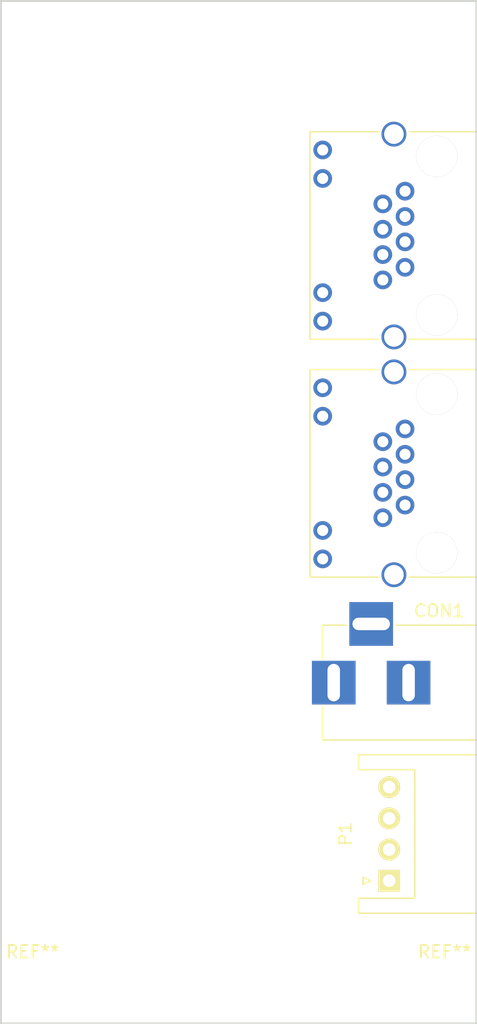
<source format=kicad_pcb>
(kicad_pcb (version 4) (host pcbnew 4.0.4-stable)

  (general
    (links 51)
    (no_connects 51)
    (area 199.314999 78.664999 237.565001 160.730001)
    (thickness 1.6)
    (drawings 9)
    (tracks 0)
    (zones 0)
    (modules 26)
    (nets 23)
  )

  (page A4)
  (layers
    (0 F.Cu signal hide)
    (31 B.Cu signal hide)
    (32 B.Adhes user)
    (33 F.Adhes user)
    (34 B.Paste user)
    (35 F.Paste user)
    (36 B.SilkS user)
    (37 F.SilkS user)
    (38 B.Mask user)
    (39 F.Mask user)
    (40 Dwgs.User user)
    (41 Cmts.User user)
    (42 Eco1.User user)
    (43 Eco2.User user)
    (44 Edge.Cuts user)
    (45 Margin user)
    (46 B.CrtYd user)
    (47 F.CrtYd user)
    (48 B.Fab user)
    (49 F.Fab user)
  )

  (setup
    (last_trace_width 0.25)
    (trace_clearance 0.2)
    (zone_clearance 0.508)
    (zone_45_only no)
    (trace_min 0.2)
    (segment_width 0.2)
    (edge_width 0.15)
    (via_size 0.6)
    (via_drill 0.4)
    (via_min_size 0.4)
    (via_min_drill 0.3)
    (uvia_size 0.3)
    (uvia_drill 0.1)
    (uvias_allowed no)
    (uvia_min_size 0.2)
    (uvia_min_drill 0.1)
    (pcb_text_width 0.3)
    (pcb_text_size 1.5 1.5)
    (mod_edge_width 0.15)
    (mod_text_size 1 1)
    (mod_text_width 0.15)
    (pad_size 2 2)
    (pad_drill 1.57)
    (pad_to_mask_clearance 0.2)
    (aux_axis_origin 0 0)
    (visible_elements FFFFFF7F)
    (pcbplotparams
      (layerselection 0x00030_80000001)
      (usegerberextensions false)
      (excludeedgelayer true)
      (linewidth 0.100000)
      (plotframeref false)
      (viasonmask false)
      (mode 1)
      (useauxorigin false)
      (hpglpennumber 1)
      (hpglpenspeed 20)
      (hpglpendiameter 15)
      (hpglpenoverlay 2)
      (psnegative false)
      (psa4output false)
      (plotreference true)
      (plotvalue true)
      (plotinvisibletext false)
      (padsonsilk false)
      (subtractmaskfromsilk false)
      (outputformat 1)
      (mirror false)
      (drillshape 1)
      (scaleselection 1)
      (outputdirectory ""))
  )

  (net 0 "")
  (net 1 "Net-(C1-Pad1)")
  (net 2 GND)
  (net 3 +12V)
  (net 4 "Net-(CON1-Pad2)")
  (net 5 "Net-(F1-Pad2)")
  (net 6 +5V)
  (net 7 "Net-(J1-Pad9)")
  (net 8 "Net-(J1-Pad8)")
  (net 9 "Net-(J1-Pad6)")
  (net 10 "Net-(JP1-Pad1)")
  (net 11 "Net-(JP1-Pad2)")
  (net 12 "Net-(JP2-Pad2)")
  (net 13 "Net-(JP3-Pad2)")
  (net 14 "Net-(JP4-Pad1)")
  (net 15 "Net-(JP4-Pad2)")
  (net 16 "Net-(P1-Pad2)")
  (net 17 "Net-(Q1-Pad2)")
  (net 18 "Net-(Q2-Pad2)")
  (net 19 "Net-(Q2-Pad1)")
  (net 20 "Net-(Q3-Pad2)")
  (net 21 "Net-(R4-Pad2)")
  (net 22 "Net-(J1-Pad13)")

  (net_class Default "This is the default net class."
    (clearance 0.2)
    (trace_width 0.25)
    (via_dia 0.6)
    (via_drill 0.4)
    (uvia_dia 0.3)
    (uvia_drill 0.1)
    (add_net +5V)
    (add_net GND)
    (add_net "Net-(C1-Pad1)")
    (add_net "Net-(J1-Pad13)")
    (add_net "Net-(J1-Pad6)")
    (add_net "Net-(J1-Pad8)")
    (add_net "Net-(J1-Pad9)")
    (add_net "Net-(JP1-Pad1)")
    (add_net "Net-(JP1-Pad2)")
    (add_net "Net-(JP2-Pad2)")
    (add_net "Net-(JP3-Pad2)")
    (add_net "Net-(JP4-Pad1)")
    (add_net "Net-(JP4-Pad2)")
    (add_net "Net-(P1-Pad2)")
    (add_net "Net-(Q1-Pad2)")
    (add_net "Net-(Q2-Pad1)")
    (add_net "Net-(Q2-Pad2)")
    (add_net "Net-(Q3-Pad2)")
    (add_net "Net-(R4-Pad2)")
  )

  (net_class 12V ""
    (clearance 0.2)
    (trace_width 0.25)
    (via_dia 0.6)
    (via_drill 0.4)
    (uvia_dia 0.3)
    (uvia_drill 0.1)
    (add_net +12V)
    (add_net "Net-(CON1-Pad2)")
    (add_net "Net-(F1-Pad2)")
  )

  (module Connect:RJHSE538X locked (layer F.Cu) (tedit 595420C5) (tstamp 59538347)
    (at 231.775 93.98 270)
    (descr "mod. jack, ethernet, 8P8C, RJ45 connector, 2 leds, shielded")
    (tags "RJHSE538X 8P8C RJ45 ethernet jack")
    (path /5951851F)
    (fp_text reference J1 (at 3.49 -6.92 270) (layer F.SilkS)
      (effects (font (size 1 1) (thickness 0.15)))
    )
    (fp_text value Bus (at 3.94 9.21 270) (layer F.Fab)
      (effects (font (size 1 1) (thickness 0.15)))
    )
    (fp_line (start -5.8 -8.45) (end -5.8 7.9) (layer F.CrtYd) (width 0.05))
    (fp_line (start -5.8 7.9) (end 12.9 7.9) (layer F.CrtYd) (width 0.05))
    (fp_line (start 12.9 7.9) (end 12.9 -8.45) (layer F.CrtYd) (width 0.05))
    (fp_line (start 12.9 -8.45) (end -5.8 -8.45) (layer F.CrtYd) (width 0.05))
    (fp_line (start 11.87 7.62) (end 11.87 2.1) (layer F.SilkS) (width 0.12))
    (fp_line (start -4.76 7.62) (end -4.76 2.1) (layer F.SilkS) (width 0.12))
    (fp_line (start 11.87 -8.19) (end -4.76 -8.19) (layer F.SilkS) (width 0.12))
    (fp_line (start 11.87 -8.19) (end 11.87 -0.32) (layer F.SilkS) (width 0.12))
    (fp_line (start -4.76 -8.19) (end -4.76 -0.32) (layer F.SilkS) (width 0.12))
    (fp_line (start 11.87 7.62) (end -4.76 7.62) (layer F.SilkS) (width 0.12))
    (pad 13 thru_hole circle (at 11.68 0.89 270) (size 2 2) (drill 1.57) (layers *.Cu *.Mask)
      (net 22 "Net-(J1-Pad13)"))
    (pad 9 thru_hole circle (at -3.3 6.6 270) (size 1.5 1.5) (drill 0.89) (layers *.Cu *.Mask)
      (net 7 "Net-(J1-Pad9)"))
    (pad 10 thru_hole circle (at -1.02 6.6 270) (size 1.5 1.5) (drill 0.89) (layers *.Cu *.Mask)
      (net 6 +5V))
    (pad 11 thru_hole circle (at 8.13 6.6 270) (size 1.5 1.5) (drill 0.89) (layers *.Cu *.Mask))
    (pad 12 thru_hole circle (at 10.41 6.6 270) (size 1.5 1.5) (drill 0.89) (layers *.Cu *.Mask))
    (pad 8 thru_hole circle (at 7.11 1.78 270) (size 1.5 1.5) (drill 0.89) (layers *.Cu *.Mask)
      (net 8 "Net-(J1-Pad8)"))
    (pad 6 thru_hole circle (at 5.08 1.78 270) (size 1.5 1.5) (drill 0.89) (layers *.Cu *.Mask)
      (net 9 "Net-(J1-Pad6)"))
    (pad 4 thru_hole circle (at 3.05 1.78 270) (size 1.5 1.5) (drill 0.89) (layers *.Cu *.Mask)
      (net 2 GND))
    (pad 2 thru_hole circle (at 1.02 1.78 270) (size 1.5 1.5) (drill 0.89) (layers *.Cu *.Mask)
      (net 5 "Net-(F1-Pad2)"))
    (pad 5 thru_hole circle (at 4.06 0 270) (size 1.5 1.5) (drill 0.89) (layers *.Cu *.Mask)
      (net 2 GND))
    (pad 3 thru_hole circle (at 2.03 0 270) (size 1.5 1.5) (drill 0.89) (layers *.Cu *.Mask)
      (net 1 "Net-(C1-Pad1)"))
    (pad 7 thru_hole circle (at 6.1 0 270) (size 1.5 1.5) (drill 0.89) (layers *.Cu *.Mask))
    (pad 1 thru_hole circle (at 0 0 270) (size 1.5 1.5) (drill 0.89) (layers *.Cu *.Mask)
      (net 5 "Net-(F1-Pad2)"))
    (pad "" thru_hole circle (at -2.79 -2.54 270) (size 3.3 3.3) (drill 3.3) (layers *.Cu *.Mask))
    (pad "" thru_hole circle (at 9.91 -2.54 270) (size 3.3 3.3) (drill 3.3) (layers *.Cu *.Mask))
    (pad 14 thru_hole circle (at -4.57 0.89 270) (size 2 2) (drill 1.57) (layers *.Cu *.Mask))
    (model Connectors.3dshapes/RJHSE538X.wrl
      (at (xyz 0.14 0.06 0.12))
      (scale (xyz 0.4 0.4 0.4))
      (rotate (xyz -90 0 180))
    )
  )

  (module Capacitors_ThroughHole:C_Disc_D4.3mm_W1.9mm_P5.00mm (layer F.Cu) (tedit 5920C254) (tstamp 5953831A)
    (at 272.975001 118.19 180)
    (descr "C, Disc series, Radial, pin pitch=5.00mm, , diameter*width=4.3*1.9mm^2, Capacitor, http://www.vishay.com/docs/45233/krseries.pdf")
    (tags "C Disc series Radial pin pitch 5.00mm  diameter 4.3mm width 1.9mm Capacitor")
    (path /5951C927)
    (fp_text reference C1 (at 2.5 -2.01 180) (layer F.SilkS)
      (effects (font (size 1 1) (thickness 0.15)))
    )
    (fp_text value 100nF (at 2.5 2.01 180) (layer F.Fab)
      (effects (font (size 1 1) (thickness 0.15)))
    )
    (fp_text user %R (at 2.5 0 180) (layer F.Fab)
      (effects (font (size 1 1) (thickness 0.15)))
    )
    (fp_line (start 0.35 -0.95) (end 0.35 0.95) (layer F.Fab) (width 0.1))
    (fp_line (start 0.35 0.95) (end 4.65 0.95) (layer F.Fab) (width 0.1))
    (fp_line (start 4.65 0.95) (end 4.65 -0.95) (layer F.Fab) (width 0.1))
    (fp_line (start 4.65 -0.95) (end 0.35 -0.95) (layer F.Fab) (width 0.1))
    (fp_line (start 0.29 -1.01) (end 4.71 -1.01) (layer F.SilkS) (width 0.12))
    (fp_line (start 0.29 1.01) (end 4.71 1.01) (layer F.SilkS) (width 0.12))
    (fp_line (start 0.29 -1.01) (end 0.29 -0.996) (layer F.SilkS) (width 0.12))
    (fp_line (start 0.29 0.996) (end 0.29 1.01) (layer F.SilkS) (width 0.12))
    (fp_line (start 4.71 -1.01) (end 4.71 -0.996) (layer F.SilkS) (width 0.12))
    (fp_line (start 4.71 0.996) (end 4.71 1.01) (layer F.SilkS) (width 0.12))
    (fp_line (start -1.05 -1.3) (end -1.05 1.3) (layer F.CrtYd) (width 0.05))
    (fp_line (start -1.05 1.3) (end 6.05 1.3) (layer F.CrtYd) (width 0.05))
    (fp_line (start 6.05 1.3) (end 6.05 -1.3) (layer F.CrtYd) (width 0.05))
    (fp_line (start 6.05 -1.3) (end -1.05 -1.3) (layer F.CrtYd) (width 0.05))
    (pad 1 thru_hole circle (at 0 0 180) (size 1.6 1.6) (drill 0.8) (layers *.Cu *.Mask)
      (net 1 "Net-(C1-Pad1)"))
    (pad 2 thru_hole circle (at 5 0 180) (size 1.6 1.6) (drill 0.8) (layers *.Cu *.Mask)
      (net 2 GND))
    (model ${KISYS3DMOD}/Capacitors_THT.3dshapes/C_Disc_D4.3mm_W1.9mm_P5.00mm.wrl
      (at (xyz 0 0 0))
      (scale (xyz 0.393701 0.393701 0.393701))
      (rotate (xyz 0 0 0))
    )
  )

  (module Connect:BARREL_JACK locked (layer F.Cu) (tedit 5861378E) (tstamp 59538321)
    (at 226.06 133.35 180)
    (descr "DC Barrel Jack")
    (tags "Power Jack")
    (path /59522F91)
    (fp_text reference CON1 (at -8.45 5.75 360) (layer F.SilkS)
      (effects (font (size 1 1) (thickness 0.15)))
    )
    (fp_text value Valve (at -6.2 -5.5 180) (layer F.Fab)
      (effects (font (size 1 1) (thickness 0.15)))
    )
    (fp_line (start 1 -4.5) (end 1 -4.75) (layer F.CrtYd) (width 0.05))
    (fp_line (start 1 -4.75) (end -14 -4.75) (layer F.CrtYd) (width 0.05))
    (fp_line (start 1 -4.5) (end 1 -2) (layer F.CrtYd) (width 0.05))
    (fp_line (start 1 -2) (end 2 -2) (layer F.CrtYd) (width 0.05))
    (fp_line (start 2 -2) (end 2 2) (layer F.CrtYd) (width 0.05))
    (fp_line (start 2 2) (end 1 2) (layer F.CrtYd) (width 0.05))
    (fp_line (start 1 2) (end 1 4.75) (layer F.CrtYd) (width 0.05))
    (fp_line (start 1 4.75) (end -1 4.75) (layer F.CrtYd) (width 0.05))
    (fp_line (start -1 4.75) (end -1 6.75) (layer F.CrtYd) (width 0.05))
    (fp_line (start -1 6.75) (end -5 6.75) (layer F.CrtYd) (width 0.05))
    (fp_line (start -5 6.75) (end -5 4.75) (layer F.CrtYd) (width 0.05))
    (fp_line (start -5 4.75) (end -14 4.75) (layer F.CrtYd) (width 0.05))
    (fp_line (start -14 4.75) (end -14 -4.75) (layer F.CrtYd) (width 0.05))
    (fp_line (start -5 4.6) (end -13.8 4.6) (layer F.SilkS) (width 0.12))
    (fp_line (start -13.8 4.6) (end -13.8 -4.6) (layer F.SilkS) (width 0.12))
    (fp_line (start 0.9 1.9) (end 0.9 4.6) (layer F.SilkS) (width 0.12))
    (fp_line (start 0.9 4.6) (end -1 4.6) (layer F.SilkS) (width 0.12))
    (fp_line (start -13.8 -4.6) (end 0.9 -4.6) (layer F.SilkS) (width 0.12))
    (fp_line (start 0.9 -4.6) (end 0.9 -2) (layer F.SilkS) (width 0.12))
    (fp_line (start -10.2 -4.5) (end -10.2 4.5) (layer F.Fab) (width 0.1))
    (fp_line (start -13.7 -4.5) (end -13.7 4.5) (layer F.Fab) (width 0.1))
    (fp_line (start -13.7 4.5) (end 0.8 4.5) (layer F.Fab) (width 0.1))
    (fp_line (start 0.8 4.5) (end 0.8 -4.5) (layer F.Fab) (width 0.1))
    (fp_line (start 0.8 -4.5) (end -13.7 -4.5) (layer F.Fab) (width 0.1))
    (pad 1 thru_hole rect (at 0 0 180) (size 3.5 3.5) (drill oval 1 3) (layers *.Cu *.Mask)
      (net 3 +12V))
    (pad 2 thru_hole rect (at -6 0 180) (size 3.5 3.5) (drill oval 1 3) (layers *.Cu *.Mask)
      (net 4 "Net-(CON1-Pad2)"))
    (pad 3 thru_hole rect (at -3 4.7 180) (size 3.5 3.5) (drill oval 3 1) (layers *.Cu *.Mask))
  )

  (module Diodes_ThroughHole:D_A-405_P7.62mm_Horizontal (layer F.Cu) (tedit 5921392E) (tstamp 59538327)
    (at 314.485001 108.34 180)
    (descr "D, A-405 series, Axial, Horizontal, pin pitch=7.62mm, , length*diameter=5.2*2.7mm^2, , http://www.diodes.com/_files/packages/A-405.pdf")
    (tags "D A-405 series Axial Horizontal pin pitch 7.62mm  length 5.2mm diameter 2.7mm")
    (path /5951BCB9)
    (fp_text reference D1 (at 3.81 -2.41 180) (layer F.SilkS)
      (effects (font (size 1 1) (thickness 0.15)))
    )
    (fp_text value 1N4007 (at 3.81 2.41 180) (layer F.Fab)
      (effects (font (size 1 1) (thickness 0.15)))
    )
    (fp_text user %R (at 3.81 0 180) (layer F.Fab)
      (effects (font (size 1 1) (thickness 0.15)))
    )
    (fp_line (start 1.21 -1.35) (end 1.21 1.35) (layer F.Fab) (width 0.1))
    (fp_line (start 1.21 1.35) (end 6.41 1.35) (layer F.Fab) (width 0.1))
    (fp_line (start 6.41 1.35) (end 6.41 -1.35) (layer F.Fab) (width 0.1))
    (fp_line (start 6.41 -1.35) (end 1.21 -1.35) (layer F.Fab) (width 0.1))
    (fp_line (start 0 0) (end 1.21 0) (layer F.Fab) (width 0.1))
    (fp_line (start 7.62 0) (end 6.41 0) (layer F.Fab) (width 0.1))
    (fp_line (start 1.99 -1.35) (end 1.99 1.35) (layer F.Fab) (width 0.1))
    (fp_line (start 1.15 -1.41) (end 1.15 1.41) (layer F.SilkS) (width 0.12))
    (fp_line (start 1.15 1.41) (end 6.47 1.41) (layer F.SilkS) (width 0.12))
    (fp_line (start 6.47 1.41) (end 6.47 -1.41) (layer F.SilkS) (width 0.12))
    (fp_line (start 6.47 -1.41) (end 1.15 -1.41) (layer F.SilkS) (width 0.12))
    (fp_line (start 1.08 0) (end 1.15 0) (layer F.SilkS) (width 0.12))
    (fp_line (start 6.54 0) (end 6.47 0) (layer F.SilkS) (width 0.12))
    (fp_line (start 1.99 -1.41) (end 1.99 1.41) (layer F.SilkS) (width 0.12))
    (fp_line (start -1.15 -1.7) (end -1.15 1.7) (layer F.CrtYd) (width 0.05))
    (fp_line (start -1.15 1.7) (end 8.8 1.7) (layer F.CrtYd) (width 0.05))
    (fp_line (start 8.8 1.7) (end 8.8 -1.7) (layer F.CrtYd) (width 0.05))
    (fp_line (start 8.8 -1.7) (end -1.15 -1.7) (layer F.CrtYd) (width 0.05))
    (pad 1 thru_hole rect (at 0 0 180) (size 1.8 1.8) (drill 0.9) (layers *.Cu *.Mask)
      (net 3 +12V))
    (pad 2 thru_hole oval (at 7.62 0 180) (size 1.8 1.8) (drill 0.9) (layers *.Cu *.Mask)
      (net 4 "Net-(CON1-Pad2)"))
    (model ${KISYS3DMOD}/Diodes_THT.3dshapes/D_A-405_P7.62mm_Horizontal.wrl
      (at (xyz 0 0 0))
      (scale (xyz 0.393701 0.393701 0.393701))
      (rotate (xyz 0 0 0))
    )
  )

  (module Pin_Headers:Pin_Header_Straight_1x03_Pitch2.54mm locked (layer F.Cu) (tedit 58CD4EC1) (tstamp 5953835C)
    (at 238.125 44.45)
    (descr "Through hole straight pin header, 1x03, 2.54mm pitch, single row")
    (tags "Through hole pin header THT 1x03 2.54mm single row")
    (path /5952249E)
    (fp_text reference JP1 (at 0 -2.33) (layer F.SilkS)
      (effects (font (size 1 1) (thickness 0.15)))
    )
    (fp_text value A0 (at 0 7.41) (layer F.Fab)
      (effects (font (size 1 1) (thickness 0.15)))
    )
    (fp_line (start -1.27 -1.27) (end -1.27 6.35) (layer F.Fab) (width 0.1))
    (fp_line (start -1.27 6.35) (end 1.27 6.35) (layer F.Fab) (width 0.1))
    (fp_line (start 1.27 6.35) (end 1.27 -1.27) (layer F.Fab) (width 0.1))
    (fp_line (start 1.27 -1.27) (end -1.27 -1.27) (layer F.Fab) (width 0.1))
    (fp_line (start -1.33 1.27) (end -1.33 6.41) (layer F.SilkS) (width 0.12))
    (fp_line (start -1.33 6.41) (end 1.33 6.41) (layer F.SilkS) (width 0.12))
    (fp_line (start 1.33 6.41) (end 1.33 1.27) (layer F.SilkS) (width 0.12))
    (fp_line (start 1.33 1.27) (end -1.33 1.27) (layer F.SilkS) (width 0.12))
    (fp_line (start -1.33 0) (end -1.33 -1.33) (layer F.SilkS) (width 0.12))
    (fp_line (start -1.33 -1.33) (end 0 -1.33) (layer F.SilkS) (width 0.12))
    (fp_line (start -1.8 -1.8) (end -1.8 6.85) (layer F.CrtYd) (width 0.05))
    (fp_line (start -1.8 6.85) (end 1.8 6.85) (layer F.CrtYd) (width 0.05))
    (fp_line (start 1.8 6.85) (end 1.8 -1.8) (layer F.CrtYd) (width 0.05))
    (fp_line (start 1.8 -1.8) (end -1.8 -1.8) (layer F.CrtYd) (width 0.05))
    (fp_text user %R (at 0 -2.33) (layer F.Fab)
      (effects (font (size 1 1) (thickness 0.15)))
    )
    (pad 1 thru_hole rect (at 0 0) (size 1.7 1.7) (drill 1) (layers *.Cu *.Mask)
      (net 10 "Net-(JP1-Pad1)"))
    (pad 2 thru_hole oval (at 0 2.54) (size 1.7 1.7) (drill 1) (layers *.Cu *.Mask)
      (net 11 "Net-(JP1-Pad2)"))
    (pad 3 thru_hole oval (at 0 5.08) (size 1.7 1.7) (drill 1) (layers *.Cu *.Mask)
      (net 2 GND))
    (model ${KISYS3DMOD}/Pin_Headers.3dshapes/Pin_Header_Straight_1x03_Pitch2.54mm.wrl
      (at (xyz 0 -0.1 0))
      (scale (xyz 1 1 1))
      (rotate (xyz 0 0 90))
    )
  )

  (module Pin_Headers:Pin_Header_Straight_1x03_Pitch2.54mm locked (layer F.Cu) (tedit 58CD4EC1) (tstamp 59538363)
    (at 241.935 44.45)
    (descr "Through hole straight pin header, 1x03, 2.54mm pitch, single row")
    (tags "Through hole pin header THT 1x03 2.54mm single row")
    (path /59522EB2)
    (fp_text reference JP2 (at 0 -2.33) (layer F.SilkS)
      (effects (font (size 1 1) (thickness 0.15)))
    )
    (fp_text value A1 (at 0 7.41) (layer F.Fab)
      (effects (font (size 1 1) (thickness 0.15)))
    )
    (fp_line (start -1.27 -1.27) (end -1.27 6.35) (layer F.Fab) (width 0.1))
    (fp_line (start -1.27 6.35) (end 1.27 6.35) (layer F.Fab) (width 0.1))
    (fp_line (start 1.27 6.35) (end 1.27 -1.27) (layer F.Fab) (width 0.1))
    (fp_line (start 1.27 -1.27) (end -1.27 -1.27) (layer F.Fab) (width 0.1))
    (fp_line (start -1.33 1.27) (end -1.33 6.41) (layer F.SilkS) (width 0.12))
    (fp_line (start -1.33 6.41) (end 1.33 6.41) (layer F.SilkS) (width 0.12))
    (fp_line (start 1.33 6.41) (end 1.33 1.27) (layer F.SilkS) (width 0.12))
    (fp_line (start 1.33 1.27) (end -1.33 1.27) (layer F.SilkS) (width 0.12))
    (fp_line (start -1.33 0) (end -1.33 -1.33) (layer F.SilkS) (width 0.12))
    (fp_line (start -1.33 -1.33) (end 0 -1.33) (layer F.SilkS) (width 0.12))
    (fp_line (start -1.8 -1.8) (end -1.8 6.85) (layer F.CrtYd) (width 0.05))
    (fp_line (start -1.8 6.85) (end 1.8 6.85) (layer F.CrtYd) (width 0.05))
    (fp_line (start 1.8 6.85) (end 1.8 -1.8) (layer F.CrtYd) (width 0.05))
    (fp_line (start 1.8 -1.8) (end -1.8 -1.8) (layer F.CrtYd) (width 0.05))
    (fp_text user %R (at 0 -2.33) (layer F.Fab)
      (effects (font (size 1 1) (thickness 0.15)))
    )
    (pad 1 thru_hole rect (at 0 0) (size 1.7 1.7) (drill 1) (layers *.Cu *.Mask)
      (net 10 "Net-(JP1-Pad1)"))
    (pad 2 thru_hole oval (at 0 2.54) (size 1.7 1.7) (drill 1) (layers *.Cu *.Mask)
      (net 12 "Net-(JP2-Pad2)"))
    (pad 3 thru_hole oval (at 0 5.08) (size 1.7 1.7) (drill 1) (layers *.Cu *.Mask)
      (net 2 GND))
    (model ${KISYS3DMOD}/Pin_Headers.3dshapes/Pin_Header_Straight_1x03_Pitch2.54mm.wrl
      (at (xyz 0 -0.1 0))
      (scale (xyz 1 1 1))
      (rotate (xyz 0 0 90))
    )
  )

  (module Pin_Headers:Pin_Header_Straight_1x03_Pitch2.54mm locked (layer F.Cu) (tedit 58CD4EC1) (tstamp 5953836A)
    (at 245.745 44.45)
    (descr "Through hole straight pin header, 1x03, 2.54mm pitch, single row")
    (tags "Through hole pin header THT 1x03 2.54mm single row")
    (path /59522EF3)
    (fp_text reference JP3 (at 0 -2.33) (layer F.SilkS)
      (effects (font (size 1 1) (thickness 0.15)))
    )
    (fp_text value A2 (at 0 7.41) (layer F.Fab)
      (effects (font (size 1 1) (thickness 0.15)))
    )
    (fp_line (start -1.27 -1.27) (end -1.27 6.35) (layer F.Fab) (width 0.1))
    (fp_line (start -1.27 6.35) (end 1.27 6.35) (layer F.Fab) (width 0.1))
    (fp_line (start 1.27 6.35) (end 1.27 -1.27) (layer F.Fab) (width 0.1))
    (fp_line (start 1.27 -1.27) (end -1.27 -1.27) (layer F.Fab) (width 0.1))
    (fp_line (start -1.33 1.27) (end -1.33 6.41) (layer F.SilkS) (width 0.12))
    (fp_line (start -1.33 6.41) (end 1.33 6.41) (layer F.SilkS) (width 0.12))
    (fp_line (start 1.33 6.41) (end 1.33 1.27) (layer F.SilkS) (width 0.12))
    (fp_line (start 1.33 1.27) (end -1.33 1.27) (layer F.SilkS) (width 0.12))
    (fp_line (start -1.33 0) (end -1.33 -1.33) (layer F.SilkS) (width 0.12))
    (fp_line (start -1.33 -1.33) (end 0 -1.33) (layer F.SilkS) (width 0.12))
    (fp_line (start -1.8 -1.8) (end -1.8 6.85) (layer F.CrtYd) (width 0.05))
    (fp_line (start -1.8 6.85) (end 1.8 6.85) (layer F.CrtYd) (width 0.05))
    (fp_line (start 1.8 6.85) (end 1.8 -1.8) (layer F.CrtYd) (width 0.05))
    (fp_line (start 1.8 -1.8) (end -1.8 -1.8) (layer F.CrtYd) (width 0.05))
    (fp_text user %R (at 0 -2.33) (layer F.Fab)
      (effects (font (size 1 1) (thickness 0.15)))
    )
    (pad 1 thru_hole rect (at 0 0) (size 1.7 1.7) (drill 1) (layers *.Cu *.Mask)
      (net 10 "Net-(JP1-Pad1)"))
    (pad 2 thru_hole oval (at 0 2.54) (size 1.7 1.7) (drill 1) (layers *.Cu *.Mask)
      (net 13 "Net-(JP3-Pad2)"))
    (pad 3 thru_hole oval (at 0 5.08) (size 1.7 1.7) (drill 1) (layers *.Cu *.Mask)
      (net 2 GND))
    (model ${KISYS3DMOD}/Pin_Headers.3dshapes/Pin_Header_Straight_1x03_Pitch2.54mm.wrl
      (at (xyz 0 -0.1 0))
      (scale (xyz 1 1 1))
      (rotate (xyz 0 0 90))
    )
  )

  (module Pin_Headers:Pin_Header_Straight_2x01_Pitch2.54mm (layer F.Cu) (tedit 58CD4EC5) (tstamp 59538370)
    (at 319.165 111.030001 90)
    (descr "Through hole straight pin header, 2x01, 2.54mm pitch, double rows")
    (tags "Through hole pin header THT 2x01 2.54mm double row")
    (path /59530192)
    (fp_text reference JP4 (at 1.27 -2.33 90) (layer F.SilkS)
      (effects (font (size 1 1) (thickness 0.15)))
    )
    (fp_text value LED (at 1.27 2.33 90) (layer F.Fab)
      (effects (font (size 1 1) (thickness 0.15)))
    )
    (fp_line (start -1.27 -1.27) (end -1.27 1.27) (layer F.Fab) (width 0.1))
    (fp_line (start -1.27 1.27) (end 3.81 1.27) (layer F.Fab) (width 0.1))
    (fp_line (start 3.81 1.27) (end 3.81 -1.27) (layer F.Fab) (width 0.1))
    (fp_line (start 3.81 -1.27) (end -1.27 -1.27) (layer F.Fab) (width 0.1))
    (fp_line (start -1.33 1.27) (end -1.33 1.33) (layer F.SilkS) (width 0.12))
    (fp_line (start -1.33 1.33) (end 3.87 1.33) (layer F.SilkS) (width 0.12))
    (fp_line (start 3.87 1.33) (end 3.87 -1.33) (layer F.SilkS) (width 0.12))
    (fp_line (start 3.87 -1.33) (end 1.27 -1.33) (layer F.SilkS) (width 0.12))
    (fp_line (start 1.27 -1.33) (end 1.27 1.27) (layer F.SilkS) (width 0.12))
    (fp_line (start 1.27 1.27) (end -1.33 1.27) (layer F.SilkS) (width 0.12))
    (fp_line (start -1.33 0) (end -1.33 -1.33) (layer F.SilkS) (width 0.12))
    (fp_line (start -1.33 -1.33) (end 0 -1.33) (layer F.SilkS) (width 0.12))
    (fp_line (start -1.8 -1.8) (end -1.8 1.8) (layer F.CrtYd) (width 0.05))
    (fp_line (start -1.8 1.8) (end 4.35 1.8) (layer F.CrtYd) (width 0.05))
    (fp_line (start 4.35 1.8) (end 4.35 -1.8) (layer F.CrtYd) (width 0.05))
    (fp_line (start 4.35 -1.8) (end -1.8 -1.8) (layer F.CrtYd) (width 0.05))
    (fp_text user %R (at 1.27 -2.33 90) (layer F.Fab)
      (effects (font (size 1 1) (thickness 0.15)))
    )
    (pad 1 thru_hole rect (at 0 0 90) (size 1.7 1.7) (drill 1) (layers *.Cu *.Mask)
      (net 14 "Net-(JP4-Pad1)"))
    (pad 2 thru_hole oval (at 2.54 0 90) (size 1.7 1.7) (drill 1) (layers *.Cu *.Mask)
      (net 15 "Net-(JP4-Pad2)"))
    (model ${KISYS3DMOD}/Pin_Headers.3dshapes/Pin_Header_Straight_2x01_Pitch2.54mm.wrl
      (at (xyz 0.05 0 0))
      (scale (xyz 1 1 1))
      (rotate (xyz 0 0 90))
    )
  )

  (module TO_SOT_Packages_THT:TO-220_Vertical (layer F.Cu) (tedit 58CE52AD) (tstamp 59538381)
    (at 293.615 115.160001 180)
    (descr "TO-220, Vertical, RM 2.54mm")
    (tags "TO-220 Vertical RM 2.54mm")
    (path /5951B683)
    (fp_text reference Q1 (at 2.54 -3.62 180) (layer F.SilkS)
      (effects (font (size 1 1) (thickness 0.15)))
    )
    (fp_text value IRLZ44N (at 2.54 3.92 180) (layer F.Fab)
      (effects (font (size 1 1) (thickness 0.15)))
    )
    (fp_text user %R (at 2.54 -3.62 180) (layer F.Fab)
      (effects (font (size 1 1) (thickness 0.15)))
    )
    (fp_line (start -2.46 -2.5) (end -2.46 1.9) (layer F.Fab) (width 0.1))
    (fp_line (start -2.46 1.9) (end 7.54 1.9) (layer F.Fab) (width 0.1))
    (fp_line (start 7.54 1.9) (end 7.54 -2.5) (layer F.Fab) (width 0.1))
    (fp_line (start 7.54 -2.5) (end -2.46 -2.5) (layer F.Fab) (width 0.1))
    (fp_line (start -2.46 -1.23) (end 7.54 -1.23) (layer F.Fab) (width 0.1))
    (fp_line (start 0.69 -2.5) (end 0.69 -1.23) (layer F.Fab) (width 0.1))
    (fp_line (start 4.39 -2.5) (end 4.39 -1.23) (layer F.Fab) (width 0.1))
    (fp_line (start -2.58 -2.62) (end 7.66 -2.62) (layer F.SilkS) (width 0.12))
    (fp_line (start -2.58 2.021) (end 7.66 2.021) (layer F.SilkS) (width 0.12))
    (fp_line (start -2.58 -2.62) (end -2.58 2.021) (layer F.SilkS) (width 0.12))
    (fp_line (start 7.66 -2.62) (end 7.66 2.021) (layer F.SilkS) (width 0.12))
    (fp_line (start -2.58 -1.11) (end 7.66 -1.11) (layer F.SilkS) (width 0.12))
    (fp_line (start 0.69 -2.62) (end 0.69 -1.11) (layer F.SilkS) (width 0.12))
    (fp_line (start 4.391 -2.62) (end 4.391 -1.11) (layer F.SilkS) (width 0.12))
    (fp_line (start -2.71 -2.75) (end -2.71 2.16) (layer F.CrtYd) (width 0.05))
    (fp_line (start -2.71 2.16) (end 7.79 2.16) (layer F.CrtYd) (width 0.05))
    (fp_line (start 7.79 2.16) (end 7.79 -2.75) (layer F.CrtYd) (width 0.05))
    (fp_line (start 7.79 -2.75) (end -2.71 -2.75) (layer F.CrtYd) (width 0.05))
    (pad 1 thru_hole rect (at 0 0 180) (size 1.8 1.8) (drill 1) (layers *.Cu *.Mask)
      (net 4 "Net-(CON1-Pad2)"))
    (pad 2 thru_hole oval (at 2.54 0 180) (size 1.8 1.8) (drill 1) (layers *.Cu *.Mask)
      (net 17 "Net-(Q1-Pad2)"))
    (pad 3 thru_hole oval (at 5.08 0 180) (size 1.8 1.8) (drill 1) (layers *.Cu *.Mask)
      (net 2 GND))
    (model ${KISYS3DMOD}/TO_SOT_Packages_THT.3dshapes/TO-220_Vertical.wrl
      (at (xyz 0.1 0 0))
      (scale (xyz 0.393701 0.393701 0.393701))
      (rotate (xyz 0 0 0))
    )
  )

  (module TO_SOT_Packages_THT:TO-92_Inline_Wide (layer F.Cu) (tedit 58CE52AF) (tstamp 59538388)
    (at 320.395 105.220001 180)
    (descr "TO-92 leads in-line, wide, drill 0.8mm (see NXP sot054_po.pdf)")
    (tags "to-92 sc-43 sc-43a sot54 PA33 transistor")
    (path /5951B024)
    (fp_text reference Q2 (at 2.54 -3.56 360) (layer F.SilkS)
      (effects (font (size 1 1) (thickness 0.15)))
    )
    (fp_text value 2N3904 (at 2.54 2.79 180) (layer F.Fab)
      (effects (font (size 1 1) (thickness 0.15)))
    )
    (fp_text user %R (at 2.54 -3.56 360) (layer F.Fab)
      (effects (font (size 1 1) (thickness 0.15)))
    )
    (fp_line (start 0.74 1.85) (end 4.34 1.85) (layer F.SilkS) (width 0.12))
    (fp_line (start 0.8 1.75) (end 4.3 1.75) (layer F.Fab) (width 0.1))
    (fp_line (start -1.01 -2.73) (end 6.09 -2.73) (layer F.CrtYd) (width 0.05))
    (fp_line (start -1.01 -2.73) (end -1.01 2.01) (layer F.CrtYd) (width 0.05))
    (fp_line (start 6.09 2.01) (end 6.09 -2.73) (layer F.CrtYd) (width 0.05))
    (fp_line (start 6.09 2.01) (end -1.01 2.01) (layer F.CrtYd) (width 0.05))
    (fp_arc (start 2.54 0) (end 0.74 1.85) (angle 20) (layer F.SilkS) (width 0.12))
    (fp_arc (start 2.54 0) (end 2.54 -2.6) (angle -65) (layer F.SilkS) (width 0.12))
    (fp_arc (start 2.54 0) (end 2.54 -2.6) (angle 65) (layer F.SilkS) (width 0.12))
    (fp_arc (start 2.54 0) (end 2.54 -2.48) (angle 135) (layer F.Fab) (width 0.1))
    (fp_arc (start 2.54 0) (end 2.54 -2.48) (angle -135) (layer F.Fab) (width 0.1))
    (fp_arc (start 2.54 0) (end 4.34 1.85) (angle -20) (layer F.SilkS) (width 0.12))
    (pad 2 thru_hole circle (at 2.54 0 270) (size 1.52 1.52) (drill 0.8) (layers *.Cu *.Mask)
      (net 18 "Net-(Q2-Pad2)"))
    (pad 3 thru_hole circle (at 5.08 0 270) (size 1.52 1.52) (drill 0.8) (layers *.Cu *.Mask)
      (net 2 GND))
    (pad 1 thru_hole rect (at 0 0 270) (size 1.52 1.52) (drill 0.8) (layers *.Cu *.Mask)
      (net 19 "Net-(Q2-Pad1)"))
    (model ${KISYS3DMOD}/TO_SOT_Packages_THT.3dshapes/TO-92_Inline_Wide.wrl
      (at (xyz 0.1 0 0))
      (scale (xyz 1 1 1))
      (rotate (xyz 0 0 -90))
    )
  )

  (module TO_SOT_Packages_THT:TO-92_Inline_Wide (layer F.Cu) (tedit 58CE52AF) (tstamp 5953838F)
    (at 311.245 118.140001 180)
    (descr "TO-92 leads in-line, wide, drill 0.8mm (see NXP sot054_po.pdf)")
    (tags "to-92 sc-43 sc-43a sot54 PA33 transistor")
    (path /59535056)
    (fp_text reference Q3 (at 2.54 -3.56 360) (layer F.SilkS)
      (effects (font (size 1 1) (thickness 0.15)))
    )
    (fp_text value 2N3904 (at 2.54 2.79 180) (layer F.Fab)
      (effects (font (size 1 1) (thickness 0.15)))
    )
    (fp_text user %R (at 2.54 -3.56 360) (layer F.Fab)
      (effects (font (size 1 1) (thickness 0.15)))
    )
    (fp_line (start 0.74 1.85) (end 4.34 1.85) (layer F.SilkS) (width 0.12))
    (fp_line (start 0.8 1.75) (end 4.3 1.75) (layer F.Fab) (width 0.1))
    (fp_line (start -1.01 -2.73) (end 6.09 -2.73) (layer F.CrtYd) (width 0.05))
    (fp_line (start -1.01 -2.73) (end -1.01 2.01) (layer F.CrtYd) (width 0.05))
    (fp_line (start 6.09 2.01) (end 6.09 -2.73) (layer F.CrtYd) (width 0.05))
    (fp_line (start 6.09 2.01) (end -1.01 2.01) (layer F.CrtYd) (width 0.05))
    (fp_arc (start 2.54 0) (end 0.74 1.85) (angle 20) (layer F.SilkS) (width 0.12))
    (fp_arc (start 2.54 0) (end 2.54 -2.6) (angle -65) (layer F.SilkS) (width 0.12))
    (fp_arc (start 2.54 0) (end 2.54 -2.6) (angle 65) (layer F.SilkS) (width 0.12))
    (fp_arc (start 2.54 0) (end 2.54 -2.48) (angle 135) (layer F.Fab) (width 0.1))
    (fp_arc (start 2.54 0) (end 2.54 -2.48) (angle -135) (layer F.Fab) (width 0.1))
    (fp_arc (start 2.54 0) (end 4.34 1.85) (angle -20) (layer F.SilkS) (width 0.12))
    (pad 2 thru_hole circle (at 2.54 0 270) (size 1.52 1.52) (drill 0.8) (layers *.Cu *.Mask)
      (net 20 "Net-(Q3-Pad2)"))
    (pad 3 thru_hole circle (at 5.08 0 270) (size 1.52 1.52) (drill 0.8) (layers *.Cu *.Mask)
      (net 16 "Net-(P1-Pad2)"))
    (pad 1 thru_hole rect (at 0 0 270) (size 1.52 1.52) (drill 0.8) (layers *.Cu *.Mask)
      (net 8 "Net-(J1-Pad8)"))
    (model ${KISYS3DMOD}/TO_SOT_Packages_THT.3dshapes/TO-92_Inline_Wide.wrl
      (at (xyz 0.1 0 0))
      (scale (xyz 1 1 1))
      (rotate (xyz 0 0 -90))
    )
  )

  (module Fuse_Holders_and_Fuses:Fuse_TE5_Littlefuse-395Series (layer F.Cu) (tedit 5880C2E0) (tstamp 5953B213)
    (at 320.895001 94.88 180)
    (descr "Fuse, TE5, Littlefuse/Wickmann, No. 460, No560,")
    (tags "Fuse TE5 Littlefuse/Wickmann No. 460 No560 ")
    (path /59537D6E)
    (fp_text reference F1 (at 2.65 -2.95 180) (layer F.SilkS)
      (effects (font (size 1 1) (thickness 0.15)))
    )
    (fp_text value 0.5A (at 2.35 3.1 180) (layer F.Fab)
      (effects (font (size 1 1) (thickness 0.15)))
    )
    (fp_line (start -1.71 2) (end 6.79 2) (layer F.Fab) (width 0.1))
    (fp_line (start 6.79 2) (end 6.79 -2) (layer F.Fab) (width 0.1))
    (fp_line (start 6.79 -2) (end -1.71 -2) (layer F.Fab) (width 0.1))
    (fp_line (start -1.71 -2) (end -1.71 2) (layer F.Fab) (width 0.1))
    (fp_line (start -1.96 -2.25) (end 7.04 -2.25) (layer F.CrtYd) (width 0.05))
    (fp_line (start -1.96 -2.25) (end -1.96 2.25) (layer F.CrtYd) (width 0.05))
    (fp_line (start 7.04 2.25) (end 7.04 -2.25) (layer F.CrtYd) (width 0.05))
    (fp_line (start 7.04 2.25) (end -1.96 2.25) (layer F.CrtYd) (width 0.05))
    (fp_line (start -1.83 -2.12) (end 6.91 -2.12) (layer F.SilkS) (width 0.12))
    (fp_line (start -1.83 -2.12) (end -1.83 2.12) (layer F.SilkS) (width 0.12))
    (fp_line (start 6.91 2.12) (end 6.91 -2.12) (layer F.SilkS) (width 0.12))
    (fp_line (start 6.91 2.12) (end -1.83 2.12) (layer F.SilkS) (width 0.12))
    (pad 1 thru_hole circle (at 0 0 180) (size 2 2) (drill 1) (layers *.Cu *.Mask)
      (net 3 +12V))
    (pad 2 thru_hole circle (at 5.08 0.01 180) (size 2 2) (drill 1) (layers *.Cu *.Mask)
      (net 5 "Net-(F1-Pad2)"))
  )

  (module Fuse_Holders_and_Fuses:Fuse_TE5_Littlefuse-395Series (layer F.Cu) (tedit 5880C2E0) (tstamp 5953B224)
    (at 302.685 114.010001)
    (descr "Fuse, TE5, Littlefuse/Wickmann, No. 460, No560,")
    (tags "Fuse TE5 Littlefuse/Wickmann No. 460 No560 ")
    (path /59537F73)
    (fp_text reference F2 (at 2.65 -2.95) (layer F.SilkS)
      (effects (font (size 1 1) (thickness 0.15)))
    )
    (fp_text value 50mA (at 2.35 3.1) (layer F.Fab)
      (effects (font (size 1 1) (thickness 0.15)))
    )
    (fp_line (start -1.71 2) (end 6.79 2) (layer F.Fab) (width 0.1))
    (fp_line (start 6.79 2) (end 6.79 -2) (layer F.Fab) (width 0.1))
    (fp_line (start 6.79 -2) (end -1.71 -2) (layer F.Fab) (width 0.1))
    (fp_line (start -1.71 -2) (end -1.71 2) (layer F.Fab) (width 0.1))
    (fp_line (start -1.96 -2.25) (end 7.04 -2.25) (layer F.CrtYd) (width 0.05))
    (fp_line (start -1.96 -2.25) (end -1.96 2.25) (layer F.CrtYd) (width 0.05))
    (fp_line (start 7.04 2.25) (end 7.04 -2.25) (layer F.CrtYd) (width 0.05))
    (fp_line (start 7.04 2.25) (end -1.96 2.25) (layer F.CrtYd) (width 0.05))
    (fp_line (start -1.83 -2.12) (end 6.91 -2.12) (layer F.SilkS) (width 0.12))
    (fp_line (start -1.83 -2.12) (end -1.83 2.12) (layer F.SilkS) (width 0.12))
    (fp_line (start 6.91 2.12) (end 6.91 -2.12) (layer F.SilkS) (width 0.12))
    (fp_line (start 6.91 2.12) (end -1.83 2.12) (layer F.SilkS) (width 0.12))
    (pad 1 thru_hole circle (at 0 0) (size 2 2) (drill 1) (layers *.Cu *.Mask)
      (net 6 +5V))
    (pad 2 thru_hole circle (at 5.08 0.01) (size 2 2) (drill 1) (layers *.Cu *.Mask)
      (net 1 "Net-(C1-Pad1)"))
  )

  (module Connectors_JST:JST_XH_S04B-XH-A_04x2.50mm_Angled locked (layer F.Cu) (tedit 58EAE850) (tstamp 5953B235)
    (at 230.505 149.225 90)
    (descr "JST XH series connector, S04B-XH-A, side entry type, through hole")
    (tags "connector jst xh tht side horizontal angled 2.50mm")
    (path /5951A793)
    (fp_text reference P1 (at 3.75 -3.5 90) (layer F.SilkS)
      (effects (font (size 1 1) (thickness 0.15)))
    )
    (fp_text value Sensor (at 3.75 10.3 90) (layer F.Fab)
      (effects (font (size 1 1) (thickness 0.15)))
    )
    (fp_line (start -2.45 -2.3) (end -2.45 9.2) (layer F.Fab) (width 0.1))
    (fp_line (start -2.45 9.2) (end 9.95 9.2) (layer F.Fab) (width 0.1))
    (fp_line (start 9.95 9.2) (end 9.95 -2.3) (layer F.Fab) (width 0.1))
    (fp_line (start 9.95 -2.3) (end -2.45 -2.3) (layer F.Fab) (width 0.1))
    (fp_line (start -2.95 -2.8) (end -2.95 9.7) (layer F.CrtYd) (width 0.05))
    (fp_line (start -2.95 9.7) (end 10.45 9.7) (layer F.CrtYd) (width 0.05))
    (fp_line (start 10.45 9.7) (end 10.45 -2.8) (layer F.CrtYd) (width 0.05))
    (fp_line (start 10.45 -2.8) (end -2.95 -2.8) (layer F.CrtYd) (width 0.05))
    (fp_line (start 3.75 9.35) (end -2.6 9.35) (layer F.SilkS) (width 0.12))
    (fp_line (start -2.6 9.35) (end -2.6 -2.45) (layer F.SilkS) (width 0.12))
    (fp_line (start -2.6 -2.45) (end -1.4 -2.45) (layer F.SilkS) (width 0.12))
    (fp_line (start -1.4 -2.45) (end -1.4 2.05) (layer F.SilkS) (width 0.12))
    (fp_line (start -1.4 2.05) (end 3.75 2.05) (layer F.SilkS) (width 0.12))
    (fp_line (start 3.75 9.35) (end 10.1 9.35) (layer F.SilkS) (width 0.12))
    (fp_line (start 10.1 9.35) (end 10.1 -2.45) (layer F.SilkS) (width 0.12))
    (fp_line (start 10.1 -2.45) (end 8.9 -2.45) (layer F.SilkS) (width 0.12))
    (fp_line (start 8.9 -2.45) (end 8.9 2.05) (layer F.SilkS) (width 0.12))
    (fp_line (start 8.9 2.05) (end 3.75 2.05) (layer F.SilkS) (width 0.12))
    (fp_line (start -0.25 3.45) (end -0.25 8.7) (layer F.Fab) (width 0.1))
    (fp_line (start -0.25 8.7) (end 0.25 8.7) (layer F.Fab) (width 0.1))
    (fp_line (start 0.25 8.7) (end 0.25 3.45) (layer F.Fab) (width 0.1))
    (fp_line (start 0.25 3.45) (end -0.25 3.45) (layer F.Fab) (width 0.1))
    (fp_line (start 2.25 3.45) (end 2.25 8.7) (layer F.Fab) (width 0.1))
    (fp_line (start 2.25 8.7) (end 2.75 8.7) (layer F.Fab) (width 0.1))
    (fp_line (start 2.75 8.7) (end 2.75 3.45) (layer F.Fab) (width 0.1))
    (fp_line (start 2.75 3.45) (end 2.25 3.45) (layer F.Fab) (width 0.1))
    (fp_line (start 4.75 3.45) (end 4.75 8.7) (layer F.Fab) (width 0.1))
    (fp_line (start 4.75 8.7) (end 5.25 8.7) (layer F.Fab) (width 0.1))
    (fp_line (start 5.25 8.7) (end 5.25 3.45) (layer F.Fab) (width 0.1))
    (fp_line (start 5.25 3.45) (end 4.75 3.45) (layer F.Fab) (width 0.1))
    (fp_line (start 7.25 3.45) (end 7.25 8.7) (layer F.Fab) (width 0.1))
    (fp_line (start 7.25 8.7) (end 7.75 8.7) (layer F.Fab) (width 0.1))
    (fp_line (start 7.75 8.7) (end 7.75 3.45) (layer F.Fab) (width 0.1))
    (fp_line (start 7.75 3.45) (end 7.25 3.45) (layer F.Fab) (width 0.1))
    (fp_line (start 0 -1.5) (end -0.3 -2.1) (layer F.SilkS) (width 0.12))
    (fp_line (start -0.3 -2.1) (end 0.3 -2.1) (layer F.SilkS) (width 0.12))
    (fp_line (start 0.3 -2.1) (end 0 -1.5) (layer F.SilkS) (width 0.12))
    (fp_line (start 0 -1.5) (end -0.3 -2.1) (layer F.Fab) (width 0.1))
    (fp_line (start -0.3 -2.1) (end 0.3 -2.1) (layer F.Fab) (width 0.1))
    (fp_line (start 0.3 -2.1) (end 0 -1.5) (layer F.Fab) (width 0.1))
    (fp_text user %R (at 3.75 2.25 90) (layer F.Fab)
      (effects (font (size 1 1) (thickness 0.15)))
    )
    (pad 1 thru_hole rect (at 0 0 90) (size 1.75 1.75) (drill 1) (layers *.Cu *.Mask F.SilkS)
      (net 6 +5V))
    (pad 2 thru_hole circle (at 2.5 0 90) (size 1.75 1.75) (drill 1) (layers *.Cu *.Mask F.SilkS)
      (net 16 "Net-(P1-Pad2)"))
    (pad 3 thru_hole circle (at 5 0 90) (size 1.75 1.75) (drill 1) (layers *.Cu *.Mask F.SilkS)
      (net 2 GND))
    (pad 4 thru_hole circle (at 7.5 0 90) (size 1.75 1.75) (drill 1) (layers *.Cu *.Mask F.SilkS)
      (net 9 "Net-(J1-Pad6)"))
    (model Connectors_JST.3dshapes/JST_XH_S04B-XH-A_04x2.50mm_Angled.wrl
      (at (xyz 0 0 0))
      (scale (xyz 1 1 1))
      (rotate (xyz 0 0 0))
    )
  )

  (module Resistors_ThroughHole:R_Box_L13.0mm_W4.0mm_P9.00mm (layer F.Cu) (tedit 5874F707) (tstamp 5953B265)
    (at 270.735 112.630001 180)
    (descr "Resistor, Box series, Radial, pin pitch=9.00mm, 2W, length*width=13*4mm^2, http://www.produktinfo.conrad.com/datenblaetter/425000-449999/443860-da-01-de-METALLBAND_WIDERSTAND_0_1_OHM_5W_5Pr.pdf")
    (tags "Resistor Box series Radial pin pitch 9.00mm 2W length 13mm width 4mm")
    (path /595198B4)
    (fp_text reference R1 (at 4.5 -3.06 180) (layer F.SilkS)
      (effects (font (size 1 1) (thickness 0.15)))
    )
    (fp_text value 680 (at 4.5 3.06 180) (layer F.Fab)
      (effects (font (size 1 1) (thickness 0.15)))
    )
    (fp_line (start -2 -2) (end -2 2) (layer F.Fab) (width 0.1))
    (fp_line (start -2 2) (end 11 2) (layer F.Fab) (width 0.1))
    (fp_line (start 11 2) (end 11 -2) (layer F.Fab) (width 0.1))
    (fp_line (start 11 -2) (end -2 -2) (layer F.Fab) (width 0.1))
    (fp_line (start -2.06 -2.06) (end 11.06 -2.06) (layer F.SilkS) (width 0.12))
    (fp_line (start -2.06 2.06) (end 11.06 2.06) (layer F.SilkS) (width 0.12))
    (fp_line (start -2.06 -2.06) (end -2.06 2.06) (layer F.SilkS) (width 0.12))
    (fp_line (start 11.06 -2.06) (end 11.06 2.06) (layer F.SilkS) (width 0.12))
    (fp_line (start -2.35 -2.35) (end -2.35 2.35) (layer F.CrtYd) (width 0.05))
    (fp_line (start -2.35 2.35) (end 11.35 2.35) (layer F.CrtYd) (width 0.05))
    (fp_line (start 11.35 2.35) (end 11.35 -2.35) (layer F.CrtYd) (width 0.05))
    (fp_line (start 11.35 -2.35) (end -2.35 -2.35) (layer F.CrtYd) (width 0.05))
    (pad 1 thru_hole circle (at 0 0 180) (size 2 2) (drill 1) (layers *.Cu *.Mask)
      (net 14 "Net-(JP4-Pad1)"))
    (pad 2 thru_hole circle (at 9 0 180) (size 2 2) (drill 1) (layers *.Cu *.Mask)
      (net 7 "Net-(J1-Pad9)"))
    (model Resistors_THT.3dshapes/R_Box_L13.0mm_W4.0mm_P9.00mm.wrl
      (at (xyz 0 0 0))
      (scale (xyz 0.393701 0.393701 0.393701))
      (rotate (xyz 0 0 0))
    )
  )

  (module Resistors_ThroughHole:R_Box_L13.0mm_W4.0mm_P9.00mm (layer F.Cu) (tedit 5874F707) (tstamp 5953B276)
    (at 302.885001 94.84 180)
    (descr "Resistor, Box series, Radial, pin pitch=9.00mm, 2W, length*width=13*4mm^2, http://www.produktinfo.conrad.com/datenblaetter/425000-449999/443860-da-01-de-METALLBAND_WIDERSTAND_0_1_OHM_5W_5Pr.pdf")
    (tags "Resistor Box series Radial pin pitch 9.00mm 2W length 13mm width 4mm")
    (path /5951B3D8)
    (fp_text reference R2 (at 4.5 -3.06 180) (layer F.SilkS)
      (effects (font (size 1 1) (thickness 0.15)))
    )
    (fp_text value 100k (at 4.5 3.06 180) (layer F.Fab)
      (effects (font (size 1 1) (thickness 0.15)))
    )
    (fp_line (start -2 -2) (end -2 2) (layer F.Fab) (width 0.1))
    (fp_line (start -2 2) (end 11 2) (layer F.Fab) (width 0.1))
    (fp_line (start 11 2) (end 11 -2) (layer F.Fab) (width 0.1))
    (fp_line (start 11 -2) (end -2 -2) (layer F.Fab) (width 0.1))
    (fp_line (start -2.06 -2.06) (end 11.06 -2.06) (layer F.SilkS) (width 0.12))
    (fp_line (start -2.06 2.06) (end 11.06 2.06) (layer F.SilkS) (width 0.12))
    (fp_line (start -2.06 -2.06) (end -2.06 2.06) (layer F.SilkS) (width 0.12))
    (fp_line (start 11.06 -2.06) (end 11.06 2.06) (layer F.SilkS) (width 0.12))
    (fp_line (start -2.35 -2.35) (end -2.35 2.35) (layer F.CrtYd) (width 0.05))
    (fp_line (start -2.35 2.35) (end 11.35 2.35) (layer F.CrtYd) (width 0.05))
    (fp_line (start 11.35 2.35) (end 11.35 -2.35) (layer F.CrtYd) (width 0.05))
    (fp_line (start 11.35 -2.35) (end -2.35 -2.35) (layer F.CrtYd) (width 0.05))
    (pad 1 thru_hole circle (at 0 0 180) (size 2 2) (drill 1) (layers *.Cu *.Mask)
      (net 6 +5V))
    (pad 2 thru_hole circle (at 9 0 180) (size 2 2) (drill 1) (layers *.Cu *.Mask)
      (net 19 "Net-(Q2-Pad1)"))
    (model Resistors_THT.3dshapes/R_Box_L13.0mm_W4.0mm_P9.00mm.wrl
      (at (xyz 0 0 0))
      (scale (xyz 0.393701 0.393701 0.393701))
      (rotate (xyz 0 0 0))
    )
  )

  (module Resistors_ThroughHole:R_Box_L13.0mm_W4.0mm_P9.00mm (layer F.Cu) (tedit 5874F707) (tstamp 5953B287)
    (at 277.445001 105.09)
    (descr "Resistor, Box series, Radial, pin pitch=9.00mm, 2W, length*width=13*4mm^2, http://www.produktinfo.conrad.com/datenblaetter/425000-449999/443860-da-01-de-METALLBAND_WIDERSTAND_0_1_OHM_5W_5Pr.pdf")
    (tags "Resistor Box series Radial pin pitch 9.00mm 2W length 13mm width 4mm")
    (path /5951B1C4)
    (fp_text reference R3 (at 4.5 -3.06) (layer F.SilkS)
      (effects (font (size 1 1) (thickness 0.15)))
    )
    (fp_text value 680 (at 4.5 3.06) (layer F.Fab)
      (effects (font (size 1 1) (thickness 0.15)))
    )
    (fp_line (start -2 -2) (end -2 2) (layer F.Fab) (width 0.1))
    (fp_line (start -2 2) (end 11 2) (layer F.Fab) (width 0.1))
    (fp_line (start 11 2) (end 11 -2) (layer F.Fab) (width 0.1))
    (fp_line (start 11 -2) (end -2 -2) (layer F.Fab) (width 0.1))
    (fp_line (start -2.06 -2.06) (end 11.06 -2.06) (layer F.SilkS) (width 0.12))
    (fp_line (start -2.06 2.06) (end 11.06 2.06) (layer F.SilkS) (width 0.12))
    (fp_line (start -2.06 -2.06) (end -2.06 2.06) (layer F.SilkS) (width 0.12))
    (fp_line (start 11.06 -2.06) (end 11.06 2.06) (layer F.SilkS) (width 0.12))
    (fp_line (start -2.35 -2.35) (end -2.35 2.35) (layer F.CrtYd) (width 0.05))
    (fp_line (start -2.35 2.35) (end 11.35 2.35) (layer F.CrtYd) (width 0.05))
    (fp_line (start 11.35 2.35) (end 11.35 -2.35) (layer F.CrtYd) (width 0.05))
    (fp_line (start 11.35 -2.35) (end -2.35 -2.35) (layer F.CrtYd) (width 0.05))
    (pad 1 thru_hole circle (at 0 0) (size 2 2) (drill 1) (layers *.Cu *.Mask)
      (net 19 "Net-(Q2-Pad1)"))
    (pad 2 thru_hole circle (at 9 0) (size 2 2) (drill 1) (layers *.Cu *.Mask)
      (net 17 "Net-(Q1-Pad2)"))
    (model Resistors_THT.3dshapes/R_Box_L13.0mm_W4.0mm_P9.00mm.wrl
      (at (xyz 0 0 0))
      (scale (xyz 0.393701 0.393701 0.393701))
      (rotate (xyz 0 0 0))
    )
  )

  (module Resistors_ThroughHole:R_Box_L13.0mm_W4.0mm_P9.00mm (layer F.Cu) (tedit 5874F707) (tstamp 5953B298)
    (at 302.885001 103.01 180)
    (descr "Resistor, Box series, Radial, pin pitch=9.00mm, 2W, length*width=13*4mm^2, http://www.produktinfo.conrad.com/datenblaetter/425000-449999/443860-da-01-de-METALLBAND_WIDERSTAND_0_1_OHM_5W_5Pr.pdf")
    (tags "Resistor Box series Radial pin pitch 9.00mm 2W length 13mm width 4mm")
    (path /5951AE98)
    (fp_text reference R4 (at 4.5 -3.06 180) (layer F.SilkS)
      (effects (font (size 1 1) (thickness 0.15)))
    )
    (fp_text value 100k (at 4.5 3.06 180) (layer F.Fab)
      (effects (font (size 1 1) (thickness 0.15)))
    )
    (fp_line (start -2 -2) (end -2 2) (layer F.Fab) (width 0.1))
    (fp_line (start -2 2) (end 11 2) (layer F.Fab) (width 0.1))
    (fp_line (start 11 2) (end 11 -2) (layer F.Fab) (width 0.1))
    (fp_line (start 11 -2) (end -2 -2) (layer F.Fab) (width 0.1))
    (fp_line (start -2.06 -2.06) (end 11.06 -2.06) (layer F.SilkS) (width 0.12))
    (fp_line (start -2.06 2.06) (end 11.06 2.06) (layer F.SilkS) (width 0.12))
    (fp_line (start -2.06 -2.06) (end -2.06 2.06) (layer F.SilkS) (width 0.12))
    (fp_line (start 11.06 -2.06) (end 11.06 2.06) (layer F.SilkS) (width 0.12))
    (fp_line (start -2.35 -2.35) (end -2.35 2.35) (layer F.CrtYd) (width 0.05))
    (fp_line (start -2.35 2.35) (end 11.35 2.35) (layer F.CrtYd) (width 0.05))
    (fp_line (start 11.35 2.35) (end 11.35 -2.35) (layer F.CrtYd) (width 0.05))
    (fp_line (start 11.35 -2.35) (end -2.35 -2.35) (layer F.CrtYd) (width 0.05))
    (pad 1 thru_hole circle (at 0 0 180) (size 2 2) (drill 1) (layers *.Cu *.Mask)
      (net 18 "Net-(Q2-Pad2)"))
    (pad 2 thru_hole circle (at 9 0 180) (size 2 2) (drill 1) (layers *.Cu *.Mask)
      (net 21 "Net-(R4-Pad2)"))
    (model Resistors_THT.3dshapes/R_Box_L13.0mm_W4.0mm_P9.00mm.wrl
      (at (xyz 0 0 0))
      (scale (xyz 0.393701 0.393701 0.393701))
      (rotate (xyz 0 0 0))
    )
  )

  (module Resistors_ThroughHole:R_Box_L13.0mm_W4.0mm_P9.00mm (layer F.Cu) (tedit 5874F707) (tstamp 5953B2A9)
    (at 309.495 93.380001)
    (descr "Resistor, Box series, Radial, pin pitch=9.00mm, 2W, length*width=13*4mm^2, http://www.produktinfo.conrad.com/datenblaetter/425000-449999/443860-da-01-de-METALLBAND_WIDERSTAND_0_1_OHM_5W_5Pr.pdf")
    (tags "Resistor Box series Radial pin pitch 9.00mm 2W length 13mm width 4mm")
    (path /59523656)
    (fp_text reference R5 (at 4.5 -3.06) (layer F.SilkS)
      (effects (font (size 1 1) (thickness 0.15)))
    )
    (fp_text value 100k (at 4.5 3.06) (layer F.Fab)
      (effects (font (size 1 1) (thickness 0.15)))
    )
    (fp_line (start -2 -2) (end -2 2) (layer F.Fab) (width 0.1))
    (fp_line (start -2 2) (end 11 2) (layer F.Fab) (width 0.1))
    (fp_line (start 11 2) (end 11 -2) (layer F.Fab) (width 0.1))
    (fp_line (start 11 -2) (end -2 -2) (layer F.Fab) (width 0.1))
    (fp_line (start -2.06 -2.06) (end 11.06 -2.06) (layer F.SilkS) (width 0.12))
    (fp_line (start -2.06 2.06) (end 11.06 2.06) (layer F.SilkS) (width 0.12))
    (fp_line (start -2.06 -2.06) (end -2.06 2.06) (layer F.SilkS) (width 0.12))
    (fp_line (start 11.06 -2.06) (end 11.06 2.06) (layer F.SilkS) (width 0.12))
    (fp_line (start -2.35 -2.35) (end -2.35 2.35) (layer F.CrtYd) (width 0.05))
    (fp_line (start -2.35 2.35) (end 11.35 2.35) (layer F.CrtYd) (width 0.05))
    (fp_line (start 11.35 2.35) (end 11.35 -2.35) (layer F.CrtYd) (width 0.05))
    (fp_line (start 11.35 -2.35) (end -2.35 -2.35) (layer F.CrtYd) (width 0.05))
    (pad 1 thru_hole circle (at 0 0) (size 2 2) (drill 1) (layers *.Cu *.Mask)
      (net 10 "Net-(JP1-Pad1)"))
    (pad 2 thru_hole circle (at 9 0) (size 2 2) (drill 1) (layers *.Cu *.Mask)
      (net 6 +5V))
    (model Resistors_THT.3dshapes/R_Box_L13.0mm_W4.0mm_P9.00mm.wrl
      (at (xyz 0 0 0))
      (scale (xyz 0.393701 0.393701 0.393701))
      (rotate (xyz 0 0 0))
    )
  )

  (module Resistors_ThroughHole:R_Box_L13.0mm_W4.0mm_P9.00mm (layer F.Cu) (tedit 5874F707) (tstamp 5953B2BA)
    (at 277.445001 113.26)
    (descr "Resistor, Box series, Radial, pin pitch=9.00mm, 2W, length*width=13*4mm^2, http://www.produktinfo.conrad.com/datenblaetter/425000-449999/443860-da-01-de-METALLBAND_WIDERSTAND_0_1_OHM_5W_5Pr.pdf")
    (tags "Resistor Box series Radial pin pitch 9.00mm 2W length 13mm width 4mm")
    (path /5952EC88)
    (fp_text reference R6 (at 4.5 -3.06) (layer F.SilkS)
      (effects (font (size 1 1) (thickness 0.15)))
    )
    (fp_text value 10k (at 4.5 3.06) (layer F.Fab)
      (effects (font (size 1 1) (thickness 0.15)))
    )
    (fp_line (start -2 -2) (end -2 2) (layer F.Fab) (width 0.1))
    (fp_line (start -2 2) (end 11 2) (layer F.Fab) (width 0.1))
    (fp_line (start 11 2) (end 11 -2) (layer F.Fab) (width 0.1))
    (fp_line (start 11 -2) (end -2 -2) (layer F.Fab) (width 0.1))
    (fp_line (start -2.06 -2.06) (end 11.06 -2.06) (layer F.SilkS) (width 0.12))
    (fp_line (start -2.06 2.06) (end 11.06 2.06) (layer F.SilkS) (width 0.12))
    (fp_line (start -2.06 -2.06) (end -2.06 2.06) (layer F.SilkS) (width 0.12))
    (fp_line (start 11.06 -2.06) (end 11.06 2.06) (layer F.SilkS) (width 0.12))
    (fp_line (start -2.35 -2.35) (end -2.35 2.35) (layer F.CrtYd) (width 0.05))
    (fp_line (start -2.35 2.35) (end 11.35 2.35) (layer F.CrtYd) (width 0.05))
    (fp_line (start 11.35 2.35) (end 11.35 -2.35) (layer F.CrtYd) (width 0.05))
    (fp_line (start 11.35 -2.35) (end -2.35 -2.35) (layer F.CrtYd) (width 0.05))
    (pad 1 thru_hole circle (at 0 0) (size 2 2) (drill 1) (layers *.Cu *.Mask)
      (net 20 "Net-(Q3-Pad2)"))
    (pad 2 thru_hole circle (at 9 0) (size 2 2) (drill 1) (layers *.Cu *.Mask)
      (net 15 "Net-(JP4-Pad2)"))
    (model Resistors_THT.3dshapes/R_Box_L13.0mm_W4.0mm_P9.00mm.wrl
      (at (xyz 0 0 0))
      (scale (xyz 0.393701 0.393701 0.393701))
      (rotate (xyz 0 0 0))
    )
  )

  (module Housings_DIP:DIP-16_W7.62mm (layer F.Cu) (tedit 58CC8E2D) (tstamp 5953B2CB)
    (at 272.415 76.835 270)
    (descr "16-lead dip package, row spacing 7.62 mm (300 mils)")
    (tags "DIL DIP PDIP 2.54mm 7.62mm 300mil")
    (path /59518F2E)
    (fp_text reference U1 (at 3.81 -2.39 270) (layer F.SilkS)
      (effects (font (size 1 1) (thickness 0.15)))
    )
    (fp_text value PCF8574 (at 3.81 20.17 270) (layer F.Fab)
      (effects (font (size 1 1) (thickness 0.15)))
    )
    (fp_text user %R (at 3.81 8.89 270) (layer F.Fab)
      (effects (font (size 1 1) (thickness 0.15)))
    )
    (fp_line (start 1.635 -1.27) (end 6.985 -1.27) (layer F.Fab) (width 0.1))
    (fp_line (start 6.985 -1.27) (end 6.985 19.05) (layer F.Fab) (width 0.1))
    (fp_line (start 6.985 19.05) (end 0.635 19.05) (layer F.Fab) (width 0.1))
    (fp_line (start 0.635 19.05) (end 0.635 -0.27) (layer F.Fab) (width 0.1))
    (fp_line (start 0.635 -0.27) (end 1.635 -1.27) (layer F.Fab) (width 0.1))
    (fp_line (start 2.81 -1.39) (end 1.04 -1.39) (layer F.SilkS) (width 0.12))
    (fp_line (start 1.04 -1.39) (end 1.04 19.17) (layer F.SilkS) (width 0.12))
    (fp_line (start 1.04 19.17) (end 6.58 19.17) (layer F.SilkS) (width 0.12))
    (fp_line (start 6.58 19.17) (end 6.58 -1.39) (layer F.SilkS) (width 0.12))
    (fp_line (start 6.58 -1.39) (end 4.81 -1.39) (layer F.SilkS) (width 0.12))
    (fp_line (start -1.1 -1.6) (end -1.1 19.3) (layer F.CrtYd) (width 0.05))
    (fp_line (start -1.1 19.3) (end 8.7 19.3) (layer F.CrtYd) (width 0.05))
    (fp_line (start 8.7 19.3) (end 8.7 -1.6) (layer F.CrtYd) (width 0.05))
    (fp_line (start 8.7 -1.6) (end -1.1 -1.6) (layer F.CrtYd) (width 0.05))
    (fp_arc (start 3.81 -1.39) (end 2.81 -1.39) (angle -180) (layer F.SilkS) (width 0.12))
    (pad 1 thru_hole rect (at 0 0 270) (size 1.6 1.6) (drill 0.8) (layers *.Cu *.Mask)
      (net 11 "Net-(JP1-Pad2)"))
    (pad 9 thru_hole oval (at 7.62 17.78 270) (size 1.6 1.6) (drill 0.8) (layers *.Cu *.Mask))
    (pad 2 thru_hole oval (at 0 2.54 270) (size 1.6 1.6) (drill 0.8) (layers *.Cu *.Mask)
      (net 12 "Net-(JP2-Pad2)"))
    (pad 10 thru_hole oval (at 7.62 15.24 270) (size 1.6 1.6) (drill 0.8) (layers *.Cu *.Mask))
    (pad 3 thru_hole oval (at 0 5.08 270) (size 1.6 1.6) (drill 0.8) (layers *.Cu *.Mask)
      (net 13 "Net-(JP3-Pad2)"))
    (pad 11 thru_hole oval (at 7.62 12.7 270) (size 1.6 1.6) (drill 0.8) (layers *.Cu *.Mask))
    (pad 4 thru_hole oval (at 0 7.62 270) (size 1.6 1.6) (drill 0.8) (layers *.Cu *.Mask)
      (net 21 "Net-(R4-Pad2)"))
    (pad 12 thru_hole oval (at 7.62 10.16 270) (size 1.6 1.6) (drill 0.8) (layers *.Cu *.Mask))
    (pad 5 thru_hole oval (at 0 10.16 270) (size 1.6 1.6) (drill 0.8) (layers *.Cu *.Mask)
      (net 15 "Net-(JP4-Pad2)"))
    (pad 13 thru_hole oval (at 7.62 7.62 270) (size 1.6 1.6) (drill 0.8) (layers *.Cu *.Mask))
    (pad 6 thru_hole oval (at 0 12.7 270) (size 1.6 1.6) (drill 0.8) (layers *.Cu *.Mask))
    (pad 14 thru_hole oval (at 7.62 5.08 270) (size 1.6 1.6) (drill 0.8) (layers *.Cu *.Mask)
      (net 9 "Net-(J1-Pad6)"))
    (pad 7 thru_hole oval (at 0 15.24 270) (size 1.6 1.6) (drill 0.8) (layers *.Cu *.Mask))
    (pad 15 thru_hole oval (at 7.62 2.54 270) (size 1.6 1.6) (drill 0.8) (layers *.Cu *.Mask)
      (net 8 "Net-(J1-Pad8)"))
    (pad 8 thru_hole oval (at 0 17.78 270) (size 1.6 1.6) (drill 0.8) (layers *.Cu *.Mask)
      (net 2 GND))
    (pad 16 thru_hole oval (at 7.62 0 270) (size 1.6 1.6) (drill 0.8) (layers *.Cu *.Mask)
      (net 6 +5V))
    (model ${KISYS3DMOD}/Housings_DIP.3dshapes/DIP-16_W7.62mm.wrl
      (at (xyz 0 0 0))
      (scale (xyz 1 1 1))
      (rotate (xyz 0 0 0))
    )
  )

  (module Connect:RJHSE538X locked (layer F.Cu) (tedit 595420EF) (tstamp 595425D8)
    (at 231.775 113.03 270)
    (descr "mod. jack, ethernet, 8P8C, RJ45 connector, 2 leds, shielded")
    (tags "RJHSE538X 8P8C RJ45 ethernet jack")
    (path /59541C7B)
    (fp_text reference J2 (at 3.49 -6.92 270) (layer F.SilkS)
      (effects (font (size 1 1) (thickness 0.15)))
    )
    (fp_text value Bus (at 3.94 9.21 270) (layer F.Fab)
      (effects (font (size 1 1) (thickness 0.15)))
    )
    (fp_line (start -5.8 -8.45) (end -5.8 7.9) (layer F.CrtYd) (width 0.05))
    (fp_line (start -5.8 7.9) (end 12.9 7.9) (layer F.CrtYd) (width 0.05))
    (fp_line (start 12.9 7.9) (end 12.9 -8.45) (layer F.CrtYd) (width 0.05))
    (fp_line (start 12.9 -8.45) (end -5.8 -8.45) (layer F.CrtYd) (width 0.05))
    (fp_line (start 11.87 7.62) (end 11.87 2.1) (layer F.SilkS) (width 0.12))
    (fp_line (start -4.76 7.62) (end -4.76 2.1) (layer F.SilkS) (width 0.12))
    (fp_line (start 11.87 -8.19) (end -4.76 -8.19) (layer F.SilkS) (width 0.12))
    (fp_line (start 11.87 -8.19) (end 11.87 -0.32) (layer F.SilkS) (width 0.12))
    (fp_line (start -4.76 -8.19) (end -4.76 -0.32) (layer F.SilkS) (width 0.12))
    (fp_line (start 11.87 7.62) (end -4.76 7.62) (layer F.SilkS) (width 0.12))
    (pad 13 thru_hole circle (at 11.68 0.89 270) (size 2 2) (drill 1.57) (layers *.Cu *.Mask))
    (pad 9 thru_hole circle (at -3.3 6.6 270) (size 1.5 1.5) (drill 0.89) (layers *.Cu *.Mask))
    (pad 10 thru_hole circle (at -1.02 6.6 270) (size 1.5 1.5) (drill 0.89) (layers *.Cu *.Mask))
    (pad 11 thru_hole circle (at 8.13 6.6 270) (size 1.5 1.5) (drill 0.89) (layers *.Cu *.Mask))
    (pad 12 thru_hole circle (at 10.41 6.6 270) (size 1.5 1.5) (drill 0.89) (layers *.Cu *.Mask))
    (pad 8 thru_hole circle (at 7.11 1.78 270) (size 1.5 1.5) (drill 0.89) (layers *.Cu *.Mask)
      (net 8 "Net-(J1-Pad8)"))
    (pad 6 thru_hole circle (at 5.08 1.78 270) (size 1.5 1.5) (drill 0.89) (layers *.Cu *.Mask)
      (net 9 "Net-(J1-Pad6)"))
    (pad 4 thru_hole circle (at 3.05 1.78 270) (size 1.5 1.5) (drill 0.89) (layers *.Cu *.Mask)
      (net 2 GND))
    (pad 2 thru_hole circle (at 1.02 1.78 270) (size 1.5 1.5) (drill 0.89) (layers *.Cu *.Mask)
      (net 5 "Net-(F1-Pad2)"))
    (pad 5 thru_hole circle (at 4.06 0 270) (size 1.5 1.5) (drill 0.89) (layers *.Cu *.Mask)
      (net 2 GND))
    (pad 3 thru_hole circle (at 2.03 0 270) (size 1.5 1.5) (drill 0.89) (layers *.Cu *.Mask)
      (net 1 "Net-(C1-Pad1)"))
    (pad 7 thru_hole circle (at 6.1 0 270) (size 1.5 1.5) (drill 0.89) (layers *.Cu *.Mask))
    (pad 1 thru_hole circle (at 0 0 270) (size 1.5 1.5) (drill 0.89) (layers *.Cu *.Mask)
      (net 5 "Net-(F1-Pad2)"))
    (pad "" thru_hole circle (at -2.79 -2.54 270) (size 3.3 3.3) (drill 3.3) (layers *.Cu *.Mask))
    (pad "" thru_hole circle (at 9.91 -2.54 270) (size 3.3 3.3) (drill 3.3) (layers *.Cu *.Mask))
    (pad 14 thru_hole circle (at -4.57 0.89 270) (size 2 2) (drill 1.57) (layers *.Cu *.Mask)
      (net 22 "Net-(J1-Pad13)"))
    (model Connectors.3dshapes/RJHSE538X.wrl
      (at (xyz 0.14 0.06 0.12))
      (scale (xyz 0.4 0.4 0.4))
      (rotate (xyz -90 0 180))
    )
  )

  (module Mounting_Holes:MountingHole_2.2mm_M2 locked (layer F.Cu) (tedit 56D1B4CB) (tstamp 595444F0)
    (at 234.95 81.28)
    (descr "Mounting Hole 2.2mm, no annular, M2")
    (tags "mounting hole 2.2mm no annular m2")
    (fp_text reference REF** (at 0 -3.2) (layer F.SilkS)
      (effects (font (size 1 1) (thickness 0.15)))
    )
    (fp_text value MountingHole_2.2mm_M2 (at 0 3.2) (layer F.Fab)
      (effects (font (size 1 1) (thickness 0.15)))
    )
    (fp_circle (center 0 0) (end 2.2 0) (layer Cmts.User) (width 0.15))
    (fp_circle (center 0 0) (end 2.45 0) (layer F.CrtYd) (width 0.05))
    (pad 1 np_thru_hole circle (at 0 0) (size 2.2 2.2) (drill 2.2) (layers *.Cu *.Mask))
  )

  (module Mounting_Holes:MountingHole_2.2mm_M2 locked (layer F.Cu) (tedit 56D1B4CB) (tstamp 595444F1)
    (at 234.95 158.115)
    (descr "Mounting Hole 2.2mm, no annular, M2")
    (tags "mounting hole 2.2mm no annular m2")
    (fp_text reference REF** (at 0 -3.2) (layer F.SilkS)
      (effects (font (size 1 1) (thickness 0.15)))
    )
    (fp_text value MountingHole_2.2mm_M2 (at 0 3.2) (layer F.Fab)
      (effects (font (size 1 1) (thickness 0.15)))
    )
    (fp_circle (center 0 0) (end 2.2 0) (layer Cmts.User) (width 0.15))
    (fp_circle (center 0 0) (end 2.45 0) (layer F.CrtYd) (width 0.05))
    (pad 1 np_thru_hole circle (at 0 0) (size 2.2 2.2) (drill 2.2) (layers *.Cu *.Mask))
  )

  (module Mounting_Holes:MountingHole_2.2mm_M2 locked (layer F.Cu) (tedit 56D1B4CB) (tstamp 595444F9)
    (at 201.93 81.28)
    (descr "Mounting Hole 2.2mm, no annular, M2")
    (tags "mounting hole 2.2mm no annular m2")
    (fp_text reference REF** (at 0 -3.2) (layer F.SilkS)
      (effects (font (size 1 1) (thickness 0.15)))
    )
    (fp_text value MountingHole_2.2mm_M2 (at 0 3.2) (layer F.Fab)
      (effects (font (size 1 1) (thickness 0.15)))
    )
    (fp_circle (center 0 0) (end 2.2 0) (layer Cmts.User) (width 0.15))
    (fp_circle (center 0 0) (end 2.45 0) (layer F.CrtYd) (width 0.05))
    (pad 1 np_thru_hole circle (at 0 0) (size 2.2 2.2) (drill 2.2) (layers *.Cu *.Mask))
  )

  (module Mounting_Holes:MountingHole_2.2mm_M2 locked (layer F.Cu) (tedit 56D1B4CB) (tstamp 595444FB)
    (at 201.93 158.115)
    (descr "Mounting Hole 2.2mm, no annular, M2")
    (tags "mounting hole 2.2mm no annular m2")
    (fp_text reference REF** (at 0 -3.2) (layer F.SilkS)
      (effects (font (size 1 1) (thickness 0.15)))
    )
    (fp_text value MountingHole_2.2mm_M2 (at 0 3.2) (layer F.Fab)
      (effects (font (size 1 1) (thickness 0.15)))
    )
    (fp_circle (center 0 0) (end 2.2 0) (layer Cmts.User) (width 0.15))
    (fp_circle (center 0 0) (end 2.45 0) (layer F.CrtYd) (width 0.05))
    (pad 1 np_thru_hole circle (at 0 0) (size 2.2 2.2) (drill 2.2) (layers *.Cu *.Mask))
  )

  (gr_line (start 199.39 160.655) (end 199.39 159.385) (angle 90) (layer Edge.Cuts) (width 0.15))
  (gr_line (start 237.49 160.655) (end 237.49 159.385) (angle 90) (layer Edge.Cuts) (width 0.15))
  (gr_line (start 199.39 78.74) (end 199.39 80.645) (angle 90) (layer Edge.Cuts) (width 0.15))
  (gr_line (start 237.49 78.74) (end 199.39 78.74) (angle 90) (layer Edge.Cuts) (width 0.15))
  (gr_line (start 237.49 80.645) (end 237.49 78.74) (angle 90) (layer Edge.Cuts) (width 0.15))
  (gr_line (start 237.49 80.645) (end 237.49 159.385) (angle 90) (layer Edge.Cuts) (width 0.15))
  (gr_line (start 199.39 160.655) (end 237.49 160.655) (angle 90) (layer Edge.Cuts) (width 0.15))
  (gr_line (start 199.39 80.645) (end 199.39 159.385) (angle 90) (layer Edge.Cuts) (width 0.15))
  (gr_line (start 237.49 78.74) (end 199.39 78.74) (angle 90) (layer Edge.Cuts) (width 0.15))

)

</source>
